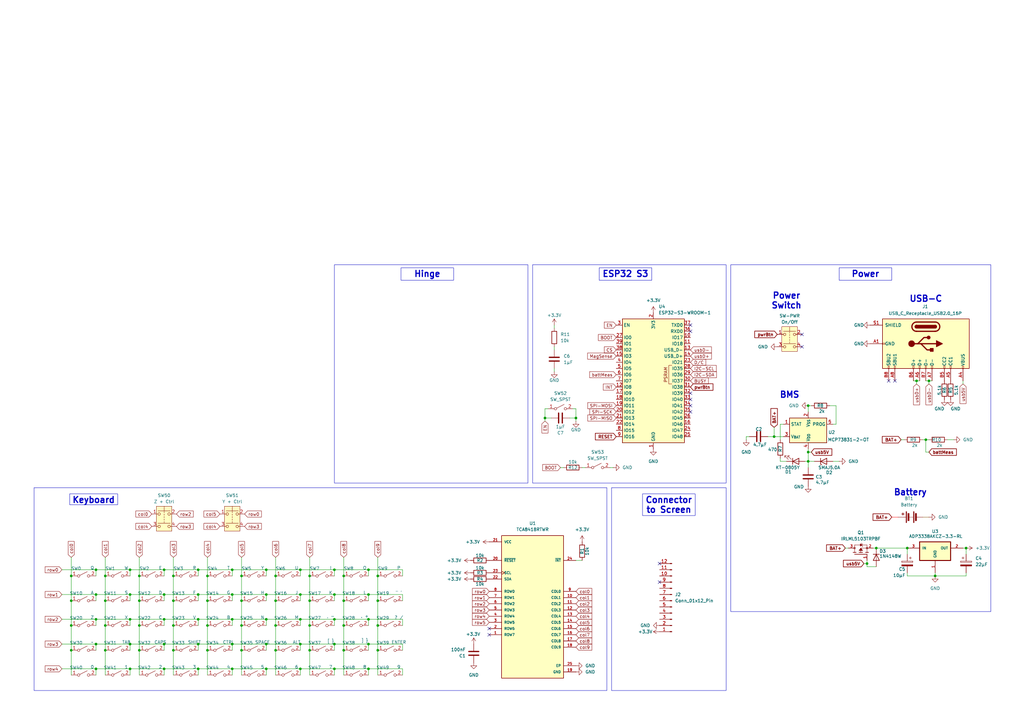
<source format=kicad_sch>
(kicad_sch (version 20250114) (generator "eeschema") (generator_version "9.0")
  (paper "A3")
  (rectangle (start 13.97 200.025) (end 248.92 283.21))
  (rectangle (start 299.72 108.585) (end 406.4 250.825))
  (rectangle (start 218.44 108.585) (end 297.815 198.12))
  (rectangle (start 250.825 200.025) (end 297.815 283.21))
  (rectangle (start 137.16 108.585) (end 216.535 198.12))
  (text_box "Hinge" (at 164.465 109.855 0) (size 21.59 5.08) (margins 0.9525 0.9525 0.9525 0.9525) (effects (font (size 2.5 2.5) (thickness 0.5) (bold yes)) (justify top)))
  (text_box "ESP32 S3\n" (at 245.745 109.855 0) (size 21.59 5.08) (margins 0.9525 0.9525 0.9525 0.9525) (effects (font (size 2.5 2.5) (thickness 0.5) (bold yes)) (justify top)))
  (text_box "Power Switch" (at 314.96 118.745 0) (size 15.24 4.445) (margins 0.9525 0.9525 0.9525 0.9525) (stroke (width -0.0001)) (effects (font (size 2.5 2.5) (thickness 0.5) (bold yes)) (justify top)))
  (text_box "Battery\n" (at 365.76 199.39 0) (size 15.24 0.0254) (margins 0.9525 0.9525 0.9525 0.9525) (stroke (width -0.0001)) (effects (font (size 2.5 2.5) (thickness 0.5) (bold yes)) (justify top)))
  (text_box "Connector to Screen" (at 263.525 202.565 0) (size 21.59 8.89) (margins 0.9525 0.9525 0.9525 0.9525) (effects (font (size 2.5 2.5) (thickness 0.5) (bold yes)) (justify top)))
  (text_box "BMS" (at 316.23 159.385 0) (size 15.24 4.445) (margins 0.9525 0.9525 0.9525 0.9525) (stroke (width -0.0001)) (effects (font (size 2.5 2.5) (thickness 0.5) (bold yes)) (justify top)))
  (text_box "Power" (at 344.17 109.855 0) (size 21.59 5.08) (margins 0.9525 0.9525 0.9525 0.9525) (effects (font (size 2.5 2.5) (thickness 0.5) (bold yes)) (justify top)))
  (text_box "Keyboard" (at 28.575 202.565 0) (size 19.685 4.445) (margins 0.9525 0.9525 0.9525 0.9525) (effects (font (size 2.5 2.5) (thickness 0.5) (bold yes)) (justify top)))
  (text_box "USB-C" (at 372.11 120.015 0) (size 15.24 4.445) (margins 0.9525 0.9525 0.9525 0.9525) (stroke (width -0.0001)) (effects (font (size 2.5 2.5) (thickness 0.5) (bold yes)) (justify top)))
  (junction (at 81.28 243.84))
  (junction (at 67.31 264.16))
  (junction (at 53.34 264.16))
  (junction (at 109.22 274.32))
  (junction (at 137.16 264.16))
  (junction (at 381 156.21))
  (junction (at 71.12 256.54))
  (junction (at 85.09 256.54))
  (junction (at 57.15 236.22))
  (junction (at 85.09 266.7))
  (junction (at 95.25 264.16))
  (junction (at 113.03 246.38))
  (junction (at 85.09 236.22))
  (junction (at 140.97 246.38))
  (junction (at 81.28 254))
  (junction (at 57.15 266.7))
  (junction (at 29.21 246.38))
  (junction (at 151.13 233.68))
  (junction (at 109.22 254))
  (junction (at 39.37 254))
  (junction (at 99.06 256.54))
  (junction (at 140.97 256.54))
  (junction (at 81.28 274.32))
  (junction (at 137.16 254))
  (junction (at 154.94 246.38))
  (junction (at 39.37 243.84))
  (junction (at 236.22 171.45))
  (junction (at 113.03 256.54))
  (junction (at 109.22 264.16))
  (junction (at 57.15 246.38))
  (junction (at 137.16 274.32))
  (junction (at 127 266.7))
  (junction (at 154.94 236.22))
  (junction (at 53.34 233.68))
  (junction (at 140.97 236.22))
  (junction (at 109.22 243.84))
  (junction (at 43.18 256.54))
  (junction (at 99.06 246.38))
  (junction (at 372.11 224.79))
  (junction (at 67.31 233.68))
  (junction (at 317.5 179.07))
  (junction (at 99.06 236.22))
  (junction (at 154.94 266.7))
  (junction (at 39.37 233.68))
  (junction (at 123.19 274.32))
  (junction (at 95.25 274.32))
  (junction (at 95.25 233.68))
  (junction (at 123.19 233.68))
  (junction (at 383.54 236.22))
  (junction (at 29.21 236.22))
  (junction (at 331.47 166.37))
  (junction (at 123.19 264.16))
  (junction (at 151.13 243.84))
  (junction (at 29.21 256.54))
  (junction (at 375.92 156.21))
  (junction (at 95.25 243.84))
  (junction (at 331.47 189.23))
  (junction (at 29.21 266.7))
  (junction (at 67.31 243.84))
  (junction (at 71.12 266.7))
  (junction (at 43.18 236.22))
  (junction (at 81.28 264.16))
  (junction (at 71.12 246.38))
  (junction (at 359.41 224.79))
  (junction (at 95.25 254))
  (junction (at 67.31 274.32))
  (junction (at 113.03 236.22))
  (junction (at 379.73 180.34))
  (junction (at 123.19 254))
  (junction (at 396.24 224.79))
  (junction (at 151.13 274.32))
  (junction (at 355.6 231.14))
  (junction (at 113.03 266.7))
  (junction (at 99.06 266.7))
  (junction (at 127 236.22))
  (junction (at 137.16 233.68))
  (junction (at 43.18 246.38))
  (junction (at 67.31 254))
  (junction (at 81.28 233.68))
  (junction (at 140.97 266.7))
  (junction (at 154.94 256.54))
  (junction (at 127 246.38))
  (junction (at 43.18 266.7))
  (junction (at 109.22 233.68))
  (junction (at 331.47 185.42))
  (junction (at 57.15 256.54))
  (junction (at 123.19 243.84))
  (junction (at 137.16 243.84))
  (junction (at 223.52 171.45))
  (junction (at 53.34 243.84))
  (junction (at 39.37 274.32))
  (junction (at 71.12 236.22))
  (junction (at 53.34 254))
  (junction (at 127 256.54))
  (junction (at 39.37 264.16))
  (junction (at 151.13 254))
  (junction (at 85.09 246.38))
  (junction (at 53.34 274.32))
  (junction (at 151.13 264.16))
  (no_connect (at 283.21 133.35))
  (no_connect (at 200.66 257.81))
  (no_connect (at 200.66 260.35))
  (no_connect (at 328.93 137.16))
  (no_connect (at 283.21 161.29))
  (no_connect (at 367.03 156.21))
  (no_connect (at 283.21 168.91))
  (no_connect (at 283.21 166.37))
  (no_connect (at 270.51 231.14))
  (no_connect (at 328.93 142.24))
  (no_connect (at 283.21 135.89))
  (no_connect (at 283.21 163.83))
  (no_connect (at 270.51 238.76))
  (no_connect (at 364.49 156.21))
  (wire (pts (xy 67.31 233.68) (xy 67.31 236.22)))
  (wire (pts (xy 109.22 264.16) (xy 123.19 264.16)))
  (wire (pts (xy 127 266.7) (xy 127 276.86)))
  (wire (pts (xy 332.74 185.42) (xy 331.47 185.42)))
  (wire (pts (xy 57.15 266.7) (xy 57.15 276.86)))
  (wire (pts (xy 81.28 274.32) (xy 95.25 274.32)))
  (wire (pts (xy 67.31 274.32) (xy 67.31 276.86)))
  (wire (pts (xy 137.16 233.68) (xy 151.13 233.68)))
  (wire (pts (xy 137.16 274.32) (xy 151.13 274.32)))
  (wire (pts (xy 67.31 264.16) (xy 81.28 264.16)))
  (wire (pts (xy 81.28 254) (xy 95.25 254)))
  (wire (pts (xy 369.57 180.34) (xy 370.84 180.34)))
  (wire (pts (xy 137.16 274.32) (xy 137.16 276.86)))
  (wire (pts (xy 227.33 142.24) (xy 227.33 143.51)))
  (wire (pts (xy 113.03 236.22) (xy 113.03 246.38)))
  (wire (pts (xy 95.25 233.68) (xy 95.25 236.22)))
  (wire (pts (xy 53.34 254) (xy 53.34 256.54)))
  (wire (pts (xy 71.12 228.6) (xy 71.12 236.22)))
  (wire (pts (xy 99.06 228.6) (xy 99.06 236.22)))
  (wire (pts (xy 330.2 189.23) (xy 331.47 189.23)))
  (wire (pts (xy 151.13 243.84) (xy 151.13 246.38)))
  (wire (pts (xy 151.13 274.32) (xy 165.1 274.32)))
  (wire (pts (xy 154.94 246.38) (xy 154.94 256.54)))
  (wire (pts (xy 95.25 254) (xy 95.25 256.54)))
  (wire (pts (xy 137.16 254) (xy 151.13 254)))
  (wire (pts (xy 322.58 189.23) (xy 320.04 189.23)))
  (wire (pts (xy 381 157.48) (xy 381 156.21)))
  (wire (pts (xy 127 236.22) (xy 127 246.38)))
  (wire (pts (xy 372.11 234.95) (xy 372.11 236.22)))
  (wire (pts (xy 123.19 254) (xy 123.19 256.54)))
  (wire (pts (xy 307.34 179.07) (xy 306.07 179.07)))
  (wire (pts (xy 39.37 254) (xy 39.37 256.54)))
  (wire (pts (xy 375.92 157.48) (xy 375.92 156.21)))
  (wire (pts (xy 109.22 264.16) (xy 109.22 266.7)))
  (wire (pts (xy 113.03 246.38) (xy 113.03 256.54)))
  (wire (pts (xy 165.1 243.84) (xy 165.1 246.38)))
  (wire (pts (xy 140.97 228.6) (xy 140.97 236.22)))
  (wire (pts (xy 57.15 228.6) (xy 57.15 236.22)))
  (wire (pts (xy 165.1 274.32) (xy 165.1 276.86)))
  (wire (pts (xy 29.21 236.22) (xy 29.21 246.38)))
  (wire (pts (xy 67.31 254) (xy 81.28 254)))
  (wire (pts (xy 236.22 167.64) (xy 234.95 167.64)))
  (wire (pts (xy 358.14 224.79) (xy 359.41 224.79)))
  (wire (pts (xy 394.97 157.48) (xy 394.97 156.21)))
  (wire (pts (xy 378.46 212.09) (xy 381 212.09)) (stroke (width 0) (color 128 77 0 1)))
  (wire (pts (xy 67.31 243.84) (xy 81.28 243.84)))
  (wire (pts (xy 123.19 243.84) (xy 123.19 246.38)))
  (wire (pts (xy 109.22 233.68) (xy 123.19 233.68)))
  (wire (pts (xy 113.03 266.7) (xy 113.03 276.86)))
  (wire (pts (xy 39.37 274.32) (xy 53.34 274.32)))
  (wire (pts (xy 223.52 171.45) (xy 223.52 172.72)))
  (wire (pts (xy 342.9 173.99) (xy 341.63 173.99)))
  (wire (pts (xy 81.28 264.16) (xy 81.28 266.7)))
  (wire (pts (xy 365.76 212.09) (xy 368.3 212.09)) (stroke (width 0) (color 255 0 0 1)))
  (wire (pts (xy 342.9 166.37) (xy 342.9 173.99)))
  (wire (pts (xy 137.16 233.68) (xy 137.16 236.22)))
  (wire (pts (xy 43.18 246.38) (xy 43.18 256.54)))
  (wire (pts (xy 238.76 191.77) (xy 240.03 191.77)))
  (wire (pts (xy 165.1 233.68) (xy 165.1 236.22)))
  (wire (pts (xy 388.62 180.34) (xy 391.16 180.34)))
  (wire (pts (xy 85.09 236.22) (xy 85.09 246.38)))
  (wire (pts (xy 321.31 173.99) (xy 320.04 173.99)))
  (wire (pts (xy 151.13 233.68) (xy 151.13 236.22)))
  (wire (pts (xy 140.97 256.54) (xy 140.97 266.7)))
  (wire (pts (xy 394.97 224.79) (xy 396.24 224.79)))
  (wire (pts (xy 123.19 264.16) (xy 137.16 264.16)))
  (wire (pts (xy 320.04 189.23) (xy 320.04 187.96)))
  (wire (pts (xy 317.5 175.26) (xy 317.5 179.07)))
  (wire (pts (xy 29.21 266.7) (xy 29.21 276.86)))
  (wire (pts (xy 113.03 228.6) (xy 113.03 236.22)))
  (wire (pts (xy 396.24 227.33) (xy 396.24 224.79)))
  (wire (pts (xy 229.87 191.77) (xy 231.14 191.77)))
  (wire (pts (xy 81.28 274.32) (xy 81.28 276.86)))
  (wire (pts (xy 127 228.6) (xy 127 236.22)))
  (wire (pts (xy 113.03 256.54) (xy 113.03 266.7)))
  (wire (pts (xy 137.16 254) (xy 137.16 256.54)))
  (wire (pts (xy 71.12 246.38) (xy 71.12 256.54)))
  (wire (pts (xy 95.25 264.16) (xy 95.25 266.7)))
  (wire (pts (xy 341.63 189.23) (xy 344.17 189.23)))
  (wire (pts (xy 71.12 266.7) (xy 71.12 276.86)))
  (wire (pts (xy 317.5 179.07) (xy 321.31 179.07)))
  (wire (pts (xy 85.09 246.38) (xy 85.09 256.54)))
  (wire (pts (xy 25.4 233.68) (xy 39.37 233.68)))
  (wire (pts (xy 137.16 264.16) (xy 151.13 264.16)))
  (wire (pts (xy 331.47 189.23) (xy 331.47 185.42)))
  (wire (pts (xy 95.25 254) (xy 109.22 254)))
  (wire (pts (xy 109.22 274.32) (xy 123.19 274.32)))
  (wire (pts (xy 85.09 266.7) (xy 85.09 276.86)))
  (wire (pts (xy 39.37 264.16) (xy 39.37 266.7)))
  (wire (pts (xy 57.15 236.22) (xy 57.15 246.38)))
  (wire (pts (xy 331.47 189.23) (xy 334.01 189.23)))
  (wire (pts (xy 140.97 266.7) (xy 140.97 276.86)))
  (wire (pts (xy 359.41 232.41) (xy 355.6 232.41)))
  (wire (pts (xy 81.28 233.68) (xy 95.25 233.68)))
  (wire (pts (xy 227.33 133.35) (xy 227.33 134.62)))
  (wire (pts (xy 25.4 264.16) (xy 39.37 264.16)))
  (wire (pts (xy 236.22 171.45) (xy 236.22 172.72)))
  (wire (pts (xy 314.96 179.07) (xy 317.5 179.07)))
  (wire (pts (xy 99.06 246.38) (xy 99.06 256.54)))
  (wire (pts (xy 81.28 243.84) (xy 81.28 246.38)))
  (wire (pts (xy 236.22 171.45) (xy 236.22 167.64)))
  (wire (pts (xy 137.16 264.16) (xy 137.16 266.7)))
  (wire (pts (xy 375.92 156.21) (xy 374.65 156.21)))
  (wire (pts (xy 372.11 236.22) (xy 383.54 236.22)))
  (wire (pts (xy 355.6 232.41) (xy 355.6 231.14)))
  (wire (pts (xy 377.19 156.21) (xy 375.92 156.21)))
  (wire (pts (xy 233.68 171.45) (xy 236.22 171.45)))
  (wire (pts (xy 123.19 254) (xy 137.16 254)))
  (wire (pts (xy 123.19 274.32) (xy 137.16 274.32)))
  (wire (pts (xy 123.19 233.68) (xy 137.16 233.68)))
  (wire (pts (xy 95.25 243.84) (xy 95.25 246.38)))
  (wire (pts (xy 39.37 243.84) (xy 39.37 246.38)))
  (wire (pts (xy 224.79 167.64) (xy 223.52 167.64)))
  (wire (pts (xy 306.07 179.07) (xy 306.07 180.34)))
  (wire (pts (xy 223.52 171.45) (xy 226.06 171.45)))
  (wire (pts (xy 99.06 266.7) (xy 99.06 276.86)))
  (wire (pts (xy 53.34 274.32) (xy 67.31 274.32)))
  (wire (pts (xy 223.52 167.64) (xy 223.52 171.45)))
  (wire (pts (xy 95.25 274.32) (xy 95.25 276.86)))
  (wire (pts (xy 71.12 256.54) (xy 71.12 266.7)))
  (wire (pts (xy 378.46 180.34) (xy 379.73 180.34)))
  (wire (pts (xy 29.21 246.38) (xy 29.21 256.54)))
  (wire (pts (xy 39.37 243.84) (xy 53.34 243.84)))
  (wire (pts (xy 109.22 274.32) (xy 109.22 276.86)))
  (wire (pts (xy 151.13 274.32) (xy 151.13 276.86)))
  (wire (pts (xy 53.34 233.68) (xy 67.31 233.68)))
  (wire (pts (xy 137.16 243.84) (xy 151.13 243.84)))
  (wire (pts (xy 151.13 233.68) (xy 165.1 233.68)))
  (wire (pts (xy 25.4 274.32) (xy 39.37 274.32)))
  (wire (pts (xy 43.18 236.22) (xy 43.18 246.38)))
  (wire (pts (xy 81.28 254) (xy 81.28 256.54)))
  (wire (pts (xy 53.34 254) (xy 67.31 254)))
  (wire (pts (xy 95.25 243.84) (xy 109.22 243.84)))
  (wire (pts (xy 39.37 264.16) (xy 53.34 264.16)))
  (wire (pts (xy 53.34 264.16) (xy 53.34 266.7)))
  (wire (pts (xy 39.37 233.68) (xy 39.37 236.22)))
  (wire (pts (xy 53.34 274.32) (xy 53.34 276.86)))
  (wire (pts (xy 372.11 224.79) (xy 372.11 227.33)))
  (wire (pts (xy 354.33 231.14) (xy 355.6 231.14)))
  (wire (pts (xy 67.31 274.32) (xy 81.28 274.32)))
  (wire (pts (xy 25.4 254) (xy 39.37 254)))
  (wire (pts (xy 109.22 254) (xy 109.22 256.54)))
  (wire (pts (xy 67.31 264.16) (xy 67.31 266.7)))
  (wire (pts (xy 250.19 191.77) (xy 251.46 191.77)))
  (wire (pts (xy 99.06 256.54) (xy 99.06 266.7)))
  (wire (pts (xy 95.25 233.68) (xy 109.22 233.68)))
  (wire (pts (xy 25.4 243.84) (xy 39.37 243.84)))
  (wire (pts (xy 165.1 264.16) (xy 165.1 266.7)))
  (wire (pts (xy 81.28 264.16) (xy 95.25 264.16)))
  (wire (pts (xy 109.22 243.84) (xy 123.19 243.84)))
  (wire (pts (xy 71.12 236.22) (xy 71.12 246.38)))
  (wire (pts (xy 151.13 264.16) (xy 151.13 266.7)))
  (wire (pts (xy 379.73 180.34) (xy 379.73 185.42)))
  (wire (pts (xy 123.19 274.32) (xy 123.19 276.86)))
  (wire (pts (xy 123.19 243.84) (xy 137.16 243.84)))
  (wire (pts (xy 320.04 173.99) (xy 320.04 180.34)))
  (wire (pts (xy 95.25 274.32) (xy 109.22 274.32)))
  (wire (pts (xy 340.36 166.37) (xy 342.9 166.37)))
  (wire (pts (xy 381 180.34) (xy 379.73 180.34)))
  (wire (pts (xy 81.28 243.84) (xy 95.25 243.84)))
  (wire (pts (xy 151.13 264.16) (xy 165.1 264.16)))
  (wire (pts (xy 236.22 229.87) (xy 238.76 229.87)))
  (wire (pts (xy 154.94 266.7) (xy 154.94 276.86)))
  (wire (pts (xy 382.27 156.21) (xy 381 156.21)))
  (wire (pts (xy 53.34 233.68) (xy 53.34 236.22)))
  (wire (pts (xy 123.19 264.16) (xy 123.19 266.7)))
  (wire (pts (xy 99.06 236.22) (xy 99.06 246.38)))
  (wire (pts (xy 57.15 256.54) (xy 57.15 266.7)))
  (wire (pts (xy 67.31 254) (xy 67.31 256.54)))
  (wire (pts (xy 53.34 264.16) (xy 67.31 264.16)))
  (wire (pts (xy 29.21 228.6) (xy 29.21 236.22)))
  (wire (pts (xy 154.94 228.6) (xy 154.94 236.22)))
  (wire (pts (xy 137.16 243.84) (xy 137.16 246.38)))
  (wire (pts (xy 381 156.21) (xy 379.73 156.21)))
  (wire (pts (xy 123.19 233.68) (xy 123.19 236.22)))
  (wire (pts (xy 127 256.54) (xy 127 266.7)))
  (wire (pts (xy 109.22 254) (xy 123.19 254)))
  (wire (pts (xy 85.09 256.54) (xy 85.09 266.7)))
  (wire (pts (xy 151.13 256.54) (xy 151.13 254)))
  (wire (pts (xy 383.54 234.95) (xy 383.54 236.22)))
  (wire (pts (xy 85.09 228.6) (xy 85.09 236.22)))
  (wire (pts (xy 331.47 184.15) (xy 331.47 185.42)))
  (wire (pts (xy 39.37 254) (xy 53.34 254)))
  (wire (pts (xy 67.31 233.68) (xy 81.28 233.68)))
  (wire (pts (xy 355.6 231.14) (xy 355.6 229.87)))
  (wire (pts (xy 151.13 254) (xy 165.1 254)))
  (wire (pts (xy 43.18 228.6) (xy 43.18 236.22)))
  (wire (pts (xy 57.15 246.38) (xy 57.15 256.54)))
  (wire (pts (xy 95.25 264.16) (xy 109.22 264.16)))
  (wire (pts (xy 53.34 243.84) (xy 53.34 246.38)))
  (wire (pts (xy 53.34 243.84) (xy 67.31 243.84)))
  (wire (pts (xy 39.37 274.32) (xy 39.37 276.86)))
  (wire (pts (xy 39.37 233.68) (xy 53.34 233.68)))
  (wire (pts (xy 227.33 151.13) (xy 227.33 152.4)))
  (wire (pts (xy 359.41 224.79) (xy 372.11 224.79)))
  (wire (pts (xy 109.22 233.68) (xy 109.22 236.22)))
  (wire (pts (xy 383.54 236.22) (xy 396.24 236.22)))
  (wire (pts (xy 43.18 256.54) (xy 43.18 266.7)))
  (wire (pts (xy 331.47 166.37) (xy 331.47 168.91)))
  (wire (pts (xy 81.28 233.68) (xy 81.28 236.22)))
  (wire (pts (xy 331.47 189.23) (xy 331.47 191.77)))
  (wire (pts (xy 379.73 185.42) (xy 381 185.42)))
  (wire (pts (xy 165.1 254) (xy 165.1 256.54)))
  (wire (pts (xy 29.21 256.54) (xy 29.21 266.7)))
  (wire (pts (xy 154.94 236.22) (xy 154.94 246.38)))
  (wire (pts (xy 67.31 243.84) (xy 67.31 246.38)))
  (wire (pts (xy 43.18 266.7) (xy 43.18 276.86)))
  (wire (pts (xy 127 246.38) (xy 127 256.54)))
  (wire (pts (xy 151.13 243.84) (xy 165.1 243.84)))
  (wire (pts (xy 154.94 256.54) (xy 154.94 266.7)))
  (wire (pts (xy 109.22 243.84) (xy 109.22 246.38)))
  (wire (pts (xy 346.71 224.79) (xy 347.98 224.79)))
  (wire (pts (xy 396.24 236.22) (xy 396.24 234.95)))
  (wire (pts (xy 140.97 236.22) (xy 140.97 246.38)))
  (wire (pts (xy 332.74 166.37) (xy 331.47 166.37)))
  (wire (pts (xy 140.97 246.38) (xy 140.97 256.54)))
  (global_label "row2" (shape input) (at 200.66 247.65 180) (property "Intersheetrefs" "${INTERSHEET_REFS}" (effects (hide yes))))
  (global_label "col7" (shape input) (at 127 228.6 90) (property "Intersheetrefs" "${INTERSHEET_REFS}" (effects (hide yes))))
  (global_label "SPI-MOSI" (shape input) (at 252.73 166.37 180) (property "Intersheetrefs" "${INTERSHEET_REFS}" (effects (hide yes))))
  (global_label "col1" (shape input) (at 236.22 245.11 0) (property "Intersheetrefs" "${INTERSHEET_REFS}" (effects (hide yes))))
  (global_label "BOOT" (shape input) (at 252.73 138.43 180) (property "Intersheetrefs" "${INTERSHEET_REFS}" (effects (hide yes))))
  (global_label "col8" (shape input) (at 236.22 262.89 0) (property "Intersheetrefs" "${INTERSHEET_REFS}" (effects (hide yes))))
  (global_label "D{slash}C" (shape input) (at 283.21 148.59 0) (property "Intersheetrefs" "${INTERSHEET_REFS}" (effects (hide yes))))
  (global_label "col3" (shape input) (at 236.22 250.19 0) (property "Intersheetrefs" "${INTERSHEET_REFS}" (effects (hide yes))))
  (global_label "col4" (shape input) (at 236.22 252.73 0) (property "Intersheetrefs" "${INTERSHEET_REFS}" (effects (hide yes))))
  (global_label "BAT+" (shape input) (at 317.5 175.26 90) (effects (font (thickness 0.254) (bold yes))) (property "Intersheetrefs" "${INTERSHEET_REFS}" (effects (hide yes))))
  (global_label "row4" (shape input) (at 25.4 274.32 180) (property "Intersheetrefs" "${INTERSHEET_REFS}" (effects (hide yes))))
  (global_label "col2" (shape input) (at 236.22 247.65 0) (property "Intersheetrefs" "${INTERSHEET_REFS}" (effects (hide yes))))
  (global_label "col2" (shape input) (at 57.15 228.6 90) (property "Intersheetrefs" "${INTERSHEET_REFS}" (effects (hide yes))))
  (global_label "usbD-" (shape input) (at 283.21 143.51 0) (property "Intersheetrefs" "${INTERSHEET_REFS}" (effects (hide yes))))
  (global_label "usb5V" (shape input) (at 354.33 231.14 180) (effects (font (thickness 0.254) (bold yes))) (property "Intersheetrefs" "${INTERSHEET_REFS}" (effects (hide yes))))
  (global_label "INT" (shape input) (at 252.73 158.75 180) (property "Intersheetrefs" "${INTERSHEET_REFS}" (effects (hide yes))))
  (global_label "col0" (shape input) (at 236.22 242.57 0) (property "Intersheetrefs" "${INTERSHEET_REFS}" (effects (hide yes))))
  (global_label "row0" (shape input) (at 25.4 233.68 180) (property "Intersheetrefs" "${INTERSHEET_REFS}" (effects (hide yes))))
  (global_label "col9" (shape input) (at 154.94 228.6 90) (property "Intersheetrefs" "${INTERSHEET_REFS}" (effects (hide yes))))
  (global_label "SPI-SCK" (shape input) (at 252.73 168.91 180) (property "Intersheetrefs" "${INTERSHEET_REFS}" (effects (hide yes))))
  (global_label "col4" (shape input) (at 85.09 228.6 90) (property "Intersheetrefs" "${INTERSHEET_REFS}" (effects (hide yes))))
  (global_label "col0" (shape input) (at 62.23 210.82 180) (property "Intersheetrefs" "${INTERSHEET_REFS}" (effects (hide yes))))
  (global_label "usbD+" (shape input) (at 375.92 157.48 270) (property "Intersheetrefs" "${INTERSHEET_REFS}" (effects (hide yes))))
  (global_label "I2C-SDA" (shape input) (at 283.21 153.67 0) (property "Intersheetrefs" "${INTERSHEET_REFS}" (effects (hide yes))))
  (global_label "row2" (shape input) (at 25.4 254 180) (property "Intersheetrefs" "${INTERSHEET_REFS}" (effects (hide yes))))
  (global_label "pwrBtn" (shape input) (at 283.21 158.75 0) (effects (font (thickness 0.254) (bold yes))) (property "Intersheetrefs" "${INTERSHEET_REFS}" (effects (hide yes))))
  (global_label "usb5V" (shape input) (at 394.97 157.48 270) (property "Intersheetrefs" "${INTERSHEET_REFS}" (effects (hide yes))))
  (global_label "MagSense" (shape input) (at 252.73 146.05 180) (property "Intersheetrefs" "${INTERSHEET_REFS}" (effects (hide yes))))
  (global_label "row4" (shape input) (at 200.66 252.73 180) (property "Intersheetrefs" "${INTERSHEET_REFS}" (effects (hide yes))))
  (global_label "col5" (shape input) (at 99.06 228.6 90) (property "Intersheetrefs" "${INTERSHEET_REFS}" (effects (hide yes))))
  (global_label "row0" (shape input) (at 100.33 210.82 0) (property "Intersheetrefs" "${INTERSHEET_REFS}" (effects (hide yes))))
  (global_label "usbD+" (shape input) (at 283.21 146.05 0) (property "Intersheetrefs" "${INTERSHEET_REFS}" (effects (hide yes))))
  (global_label "I2C-SCL" (shape input) (at 283.21 151.13 0) (property "Intersheetrefs" "${INTERSHEET_REFS}" (effects (hide yes))))
  (global_label "col9" (shape input) (at 236.22 265.43 0) (property "Intersheetrefs" "${INTERSHEET_REFS}" (effects (hide yes))))
  (global_label "battMeas" (shape input) (at 252.73 153.67 180) (property "Intersheetrefs" "${INTERSHEET_REFS}" (effects (hide yes))))
  (global_label "row0" (shape input) (at 200.66 242.57 180) (property "Intersheetrefs" "${INTERSHEET_REFS}" (effects (hide yes))))
  (global_label "col3" (shape input) (at 71.12 228.6 90) (property "Intersheetrefs" "${INTERSHEET_REFS}" (effects (hide yes))))
  (global_label "col5" (shape input) (at 236.22 255.27 0) (property "Intersheetrefs" "${INTERSHEET_REFS}" (effects (hide yes))))
  (global_label "usb5V" (shape input) (at 332.74 185.42 0) (effects (font (thickness 0.254) (bold yes))) (property "Intersheetrefs" "${INTERSHEET_REFS}" (effects (hide yes))))
  (global_label "row1" (shape input) (at 25.4 243.84 180) (property "Intersheetrefs" "${INTERSHEET_REFS}" (effects (hide yes))))
  (global_label "col0" (shape input) (at 29.21 228.6 90) (property "Intersheetrefs" "${INTERSHEET_REFS}" (effects (hide yes))))
  (global_label "col8" (shape input) (at 140.97 228.6 90) (property "Intersheetrefs" "${INTERSHEET_REFS}" (effects (hide yes))))
  (global_label "BAT+" (shape input) (at 365.76 212.09 180) (effects (font (thickness 0.254) (bold yes))) (property "Intersheetrefs" "${INTERSHEET_REFS}" (effects (hide yes))))
  (global_label "SPI-MISO" (shape input) (at 252.73 171.45 180) (property "Intersheetrefs" "${INTERSHEET_REFS}" (effects (hide yes))))
  (global_label "BAT+" (shape input) (at 346.71 224.79 180) (effects (font (thickness 0.254) (bold yes))) (property "Intersheetrefs" "${INTERSHEET_REFS}" (effects (hide yes))))
  (global_label "usbD-" (shape input) (at 381 157.48 270) (property "Intersheetrefs" "${INTERSHEET_REFS}" (effects (hide yes))))
  (global_label "BOOT" (shape input) (at 229.87 191.77 180) (property "Intersheetrefs" "${INTERSHEET_REFS}" (effects (hide yes))))
  (global_label "row1" (shape input) (at 200.66 245.11 180) (property "Intersheetrefs" "${INTERSHEET_REFS}" (effects (hide yes))))
  (global_label "pwrBtn" (shape input) (at 318.77 137.16 180) (effects (font (thickness 0.254) (bold yes))) (property "Intersheetrefs" "${INTERSHEET_REFS}" (effects (hide yes))))
  (global_label "battMeas" (shape input) (at 381 185.42 0) (effects (font (thickness 0.254) (bold yes))) (property "Intersheetrefs" "${INTERSHEET_REFS}" (effects (hide yes))))
  (global_label "RESET" (shape input) (at 252.73 179.07 180) (effects (font (thickness 0.254) (bold yes))) (property "Intersheetrefs" "${INTERSHEET_REFS}" (effects (hide yes))))
  (global_label "EN" (shape input) (at 223.52 172.72 270) (property "Intersheetrefs" "${INTERSHEET_REFS}" (effects (hide yes))))
  (global_label "row3" (shape input) (at 72.39 215.9 0) (property "Intersheetrefs" "${INTERSHEET_REFS}" (effects (hide yes))))
  (global_label "EN" (shape input) (at 252.73 133.35 180) (property "Intersheetrefs" "${INTERSHEET_REFS}" (effects (hide yes))))
  (global_label "col1" (shape input) (at 43.18 228.6 90) (property "Intersheetrefs" "${INTERSHEET_REFS}" (effects (hide yes))))
  (global_label "col5" (shape input) (at 90.17 210.82 180) (property "Intersheetrefs" "${INTERSHEET_REFS}" (effects (hide yes))))
  (global_label "BAT+" (shape input) (at 369.57 180.34 180) (effects (font (thickness 0.254) (bold yes))) (property "Intersheetrefs" "${INTERSHEET_REFS}" (effects (hide yes))))
  (global_label "CS" (shape input) (at 252.73 143.51 180) (property "Intersheetrefs" "${INTERSHEET_REFS}" (effects (hide yes))))
  (global_label "row3" (shape input) (at 200.66 250.19 180) (property "Intersheetrefs" "${INTERSHEET_REFS}" (effects (hide yes))))
  (global_label "col6" (shape input) (at 113.03 228.6 90) (property "Intersheetrefs" "${INTERSHEET_REFS}" (effects (hide yes))))
  (global_label "row3" (shape input) (at 25.4 264.16 180) (property "Intersheetrefs" "${INTERSHEET_REFS}" (effects (hide yes))))
  (global_label "row2" (shape input) (at 72.39 210.82 0) (property "Intersheetrefs" "${INTERSHEET_REFS}" (effects (hide yes))))
  (global_label "BUSY" (shape input) (at 283.21 156.21 0) (property "Intersheetrefs" "${INTERSHEET_REFS}" (effects (hide yes))))
  (global_label "col4" (shape input) (at 90.17 215.9 180) (property "Intersheetrefs" "${INTERSHEET_REFS}" (effects (hide yes))))
  (global_label "col6" (shape input) (at 236.22 257.81 0) (property "Intersheetrefs" "${INTERSHEET_REFS}" (effects (hide yes))))
  (global_label "col4" (shape input) (at 62.23 215.9 180) (property "Intersheetrefs" "${INTERSHEET_REFS}" (effects (hide yes))))
  (global_label "row5" (shape input) (at 200.66 255.27 180) (property "Intersheetrefs" "${INTERSHEET_REFS}" (effects (hide yes))))
  (global_label "col7" (shape input) (at 236.22 260.35 0) (property "Intersheetrefs" "${INTERSHEET_REFS}" (effects (hide yes))))
  (global_label "row3" (shape input) (at 100.33 215.9 0) (property "Intersheetrefs" "${INTERSHEET_REFS}" (effects (hide yes))))
  (symbol (lib_id "power:+3.3V") (at 200.66 222.25 90) (unit 1)
    (property "Reference" "#PWR04" (effects (hide yes)))
    (property "Value" "+3.3V" (at 196.85 222.2499 90) (effects (justify left)))
    (property "Description" "Power symbol creates a global label with name \"+3.3V\"" (effects (hide yes)))
  )
  (symbol (lib_id "Switch:SW_SPST") (at 62.23 256.54 0) (unit 1)
    (property "Reference" "SW22" (at 59.182 253.492 0))
    (property "Value" "C" (at 65.786 253.238 0))
    (property "Description" "Single Pole Single Throw (SPST) switch" (effects (hide yes)))
  )
  (symbol (lib_id "Switch:SW_SPST") (at 104.14 256.54 0) (unit 1)
    (property "Reference" "SW25" (at 101.092 253.492 0))
    (property "Value" "N" (at 107.696 253.238 0))
    (property "Description" "Single Pole Single Throw (SPST) switch" (effects (hide yes)))
  )
  (symbol (lib_id "Switch:SW_SPST") (at 160.02 236.22 0) (unit 1)
    (property "Reference" "SW9" (at 156.972 233.172 0))
    (property "Value" "P" (at 163.576 232.918 0))
    (property "Description" "Single Pole Single Throw (SPST) switch" (effects (hide yes)))
  )
  (symbol (lib_id "power:GND") (at 270.51 256.54 270) (unit 1)
    (property "Reference" "#PWR014" (effects (hide yes)))
    (property "Value" "GND" (at 266.7 256.5399 90) (effects (justify right)))
    (property "Description" "Power symbol creates a global label with name \"GND\" , ground" (effects (hide yes)))
  )
  (symbol (lib_id "Device:C") (at 311.15 179.07 270) (unit 1)
    (property "Reference" "C2" (at 309.88 176.022 90) (effects (justify left)))
    (property "Value" "4.7μF" (at 308.864 182.372 90) (effects (justify left)))
    (property "Description" "Unpolarized capacitor" (effects (hide yes)))
  )
  (symbol (lib_id "Device:R") (at 196.85 234.95 270) (unit 1)
    (property "Reference" "R3" (at 196.85 234.95 90))
    (property "Value" "10k" (at 196.85 232.918 90))
    (property "Description" "Resistor" (effects (hide yes)))
  )
  (symbol (lib_id "Switch:SW_SPST") (at 132.08 276.86 0) (unit 1)
    (property "Reference" "SW47" (at 129.032 273.812 0))
    (property "Value" "7" (at 135.636 273.558 0))
    (property "Description" "Single Pole Single Throw (SPST) switch" (effects (hide yes)))
  )
  (symbol (lib_id "Switch:SW_SPST") (at 146.05 236.22 0) (unit 1)
    (property "Reference" "SW8" (at 143.002 233.172 0))
    (property "Value" "O" (at 149.606 232.918 0))
    (property "Description" "Single Pole Single Throw (SPST) switch" (effects (hide yes)))
  )
  (symbol (lib_id "Switch:SW_SPST") (at 62.23 276.86 0) (unit 1)
    (property "Reference" "SW42" (at 59.182 273.812 0))
    (property "Value" "2" (at 65.786 273.558 0))
    (property "Description" "Single Pole Single Throw (SPST) switch" (effects (hide yes)))
  )
  (symbol (lib_id "Battery_Management:MCP73831-2-OT") (at 331.47 176.53 180) (unit 1)
    (property "Reference" "U2" (at 341.122 177.292 0))
    (property "Value" "MCP73831-2-OT" (at 347.98 180.34 0))
    (property "Footprint" "Package_TO_SOT_SMD:SOT-23-5" (effects (hide yes)))
    (property "Datasheet" "http://ww1.microchip.com/downloads/en/DeviceDoc/20001984g.pdf" (effects (hide yes)))
    (property "Description" "Single cell, Li-Ion/Li-Po charge management controller, 4.20V, Tri-State Status Output, in SOT23-5 package" (effects (hide yes)))
  )
  (symbol (lib_id "Switch:SW_SPST") (at 90.17 256.54 0) (unit 1)
    (property "Reference" "SW24" (at 87.122 253.492 0))
    (property "Value" "B" (at 93.726 253.238 0))
    (property "Description" "Single Pole Single Throw (SPST) switch" (effects (hide yes)))
  )
  (symbol (lib_id "Device:Battery") (at 373.38 212.09 90) (unit 1)
    (property "Reference" "BT1" (at 372.8085 204.47 90))
    (property "Value" "Battery" (at 372.8085 207.01 90))
    (property "Description" "Multiple-cell battery" (effects (hide yes)))
  )
  (symbol (lib_id "power:+3.3V") (at 396.24 224.79 270) (unit 1)
    (property "Reference" "#PWR023" (effects (hide yes)))
    (property "Value" "+3.3V" (at 400.05 224.7899 90) (effects (justify left)))
    (property "Description" "Power symbol creates a global label with name \"+3.3V\"" (effects (hide yes)))
  )
  (symbol (lib_id "Device:C") (at 331.47 195.58 0) (unit 1)
    (property "Reference" "C3" (at 334.518 195.58 0) (effects (justify left)))
    (property "Value" "4.7μF" (at 334.518 197.866 0) (effects (justify left)))
    (property "Description" "Unpolarized capacitor" (effects (hide yes)))
  )
  (symbol (lib_id "power:GND") (at 381 212.09 90) (mirror x) (unit 1)
    (property "Reference" "#PWR022" (effects (hide yes)))
    (property "Value" "GND" (at 384.81 212.0899 90) (effects (justify right)))
    (property "Description" "Power symbol creates a global label with name \"GND\" , ground" (effects (hide yes)))
  )
  (symbol (lib_id "Switch:SW_SPST") (at 146.05 246.38 0) (unit 1)
    (property "Reference" "SW18" (at 143.002 243.332 0))
    (property "Value" "L" (at 149.606 243.078 0))
    (property "Description" "Single Pole Single Throw (SPST) switch" (effects (hide yes)))
  )
  (symbol (lib_id "Device:LED") (at 326.39 189.23 0) (mirror x) (unit 1)
    (property "Reference" "D1" (at 323.342 193.548 0))
    (property "Value" "KT-0805Y" (at 323.088 191.77 0))
    (property "Description" "Light emitting diode" (effects (hide yes)))
    (property "Sim.Pins" "1=K 2=A" (effects (hide yes)))
  )
  (symbol (lib_id "Switch:SW_SPST") (at 62.23 236.22 0) (unit 1)
    (property "Reference" "SW2" (at 59.182 233.172 0))
    (property "Value" "E" (at 65.786 232.918 0))
    (property "Description" "Single Pole Single Throw (SPST) switch" (effects (hide yes)))
  )
  (symbol (lib_id "Switch:SW_SPST") (at 76.2 236.22 0) (unit 1)
    (property "Reference" "SW3" (at 73.152 233.172 0))
    (property "Value" "R" (at 79.756 232.918 0))
    (property "Description" "Single Pole Single Throw (SPST) switch" (effects (hide yes)))
  )
  (symbol (lib_id "power:+3.3V") (at 267.97 128.27 0) (unit 1)
    (property "Reference" "#PWR027" (effects (hide yes)))
    (property "Value" "+3.3V" (at 267.97 123.19 0))
    (property "Description" "Power symbol creates a global label with name \"+3.3V\"" (effects (hide yes)))
  )
  (symbol (lib_id "RF_Module:ESP32-S3-WROOM-1") (at 267.97 156.21 0) (unit 1)
    (property "Reference" "U4" (at 270.1133 125.73 0) (effects (justify left)))
    (property "Value" "ESP32-S3-WROOM-1" (at 270.1133 128.27 0) (effects (justify left)))
    (property "Footprint" "RF_Module:ESP32-S3-WROOM-1" (effects (hide yes)))
    (property "Datasheet" "https://www.espressif.com/sites/default/files/documentation/esp32-s3-wroom-1_wroom-1u_datasheet_en.pdf" (effects (hide yes)))
    (property "Description" "RF Module, ESP32-S3 SoC, Wi-Fi 802.11b/g/n, Bluetooth, BLE, 32-bit, 3.3V, onboard antenna, SMD" (effects (hide yes)))
  )
  (symbol (lib_id "power:GND") (at 236.22 273.05 90) (unit 1)
    (property "Reference" "#PWR05" (effects (hide yes)))
    (property "Value" "GND" (at 240.03 273.0499 90) (effects (justify right)))
    (property "Description" "Power symbol creates a global label with name \"GND\" , ground" (effects (hide yes)))
  )
  (symbol (lib_id "power:GND") (at 236.22 275.59 90) (unit 1)
    (property "Reference" "#PWR03" (effects (hide yes)))
    (property "Value" "GND" (at 240.03 275.5899 90) (effects (justify right)))
    (property "Description" "Power symbol creates a global label with name \"GND\" , ground" (effects (hide yes)))
  )
  (symbol (lib_id "power:GND") (at 356.87 140.97 270) (unit 1)
    (property "Reference" "#PWR011" (effects (hide yes)))
    (property "Value" "GND" (at 352.298 140.97 90))
    (property "Description" "Power symbol creates a global label with name \"GND\" , ground" (effects (hide yes)))
  )
  (symbol (lib_id "power:+3.3V") (at 193.04 237.49 90) (unit 1)
    (property "Reference" "#PWR09" (effects (hide yes)))
    (property "Value" "+3.3V" (at 189.23 237.4901 90) (effects (justify left)))
    (property "Description" "Power symbol creates a global label with name \"+3.3V\"" (effects (hide yes)))
  )
  (symbol (lib_id "power:GND") (at 251.46 191.77 90) (unit 1)
    (property "Reference" "#PWR030" (effects (hide yes)))
    (property "Value" "GND" (at 255.27 191.7699 90) (effects (justify right)))
    (property "Description" "Power symbol creates a global label with name \"GND\" , ground" (effects (hide yes)))
  )
  (symbol (lib_id "Device:R") (at 389.89 160.02 0) (unit 1)
    (property "Reference" "R5" (at 389.89 160.02 90))
    (property "Value" "5.1k" (at 392.176 160.02 90))
    (property "Description" "Resistor" (effects (hide yes)))
  )
  (symbol (lib_id "Switch:SW_Push_Dual") (at 323.85 139.7 0) (unit 1)
    (property "Reference" "SW-PWR" (at 323.85 129.54 0))
    (property "Value" "On/Off" (at 323.85 132.08 0))
    (property "Description" "Push button switch, generic, symbol, four pins" (effects (hide yes)))
  )
  (symbol (lib_id "Switch:SW_SPST") (at 48.26 246.38 0) (unit 1)
    (property "Reference" "SW11" (at 45.212 243.332 0))
    (property "Value" "S" (at 51.816 243.078 0))
    (property "Description" "Single Pole Single Throw (SPST) switch" (effects (hide yes)))
  )
  (symbol (lib_id "Device:R") (at 234.95 191.77 90) (unit 1)
    (property "Reference" "R12" (at 234.95 191.77 90))
    (property "Value" "10k" (at 234.95 189.484 90))
    (property "Description" "Resistor" (effects (hide yes)))
  )
  (symbol (lib_id "Switch:SW_SPST") (at 104.14 266.7 0) (unit 1)
    (property "Reference" "SW35" (at 101.092 263.652 0))
    (property "Value" "SPACE" (at 107.696 263.398 0))
    (property "Description" "Single Pole Single Throw (SPST) switch" (effects (hide yes)))
  )
  (symbol (lib_id "Device:R") (at 227.33 138.43 0) (unit 1)
    (property "Reference" "R11" (at 229.87 137.1599 0) (effects (justify left)))
    (property "Value" "10k" (at 229.87 139.6999 0) (effects (justify left)))
    (property "Description" "Resistor" (effects (hide yes)))
  )
  (symbol (lib_id "power:+3.3V") (at 270.51 259.08 90) (unit 1)
    (property "Reference" "#PWR015" (effects (hide yes)))
    (property "Value" "+3.3V" (at 264.668 259.08 90))
    (property "Description" "Power symbol creates a global label with name \"+3.3V\"" (effects (hide yes)))
  )
  (symbol (lib_id "Switch:SW_SPST") (at 160.02 256.54 0) (unit 1)
    (property "Reference" "SW29" (at 156.972 253.492 0))
    (property "Value" "? /" (at 163.576 253.238 0))
    (property "Description" "Single Pole Single Throw (SPST) switch" (effects (hide yes)))
  )
  (symbol (lib_id "power:GND") (at 331.47 166.37 270) (unit 1)
    (property "Reference" "#PWR017" (effects (hide yes)))
    (property "Value" "GND" (at 327.66 166.3701 90) (effects (justify right)))
    (property "Description" "Power symbol creates a global label with name \"GND\" , ground" (effects (hide yes)))
  )
  (symbol (lib_id "Device:R") (at 196.85 229.87 270) (unit 1)
    (property "Reference" "R2" (at 196.85 229.87 90))
    (property "Value" "10k" (at 196.85 227.838 90))
    (property "Description" "Resistor" (effects (hide yes)))
  )
  (symbol (lib_id "power:+3.3V") (at 238.76 222.25 0) (unit 1)
    (property "Reference" "#PWR06" (effects (hide yes)))
    (property "Value" "+3.3V" (at 238.76 217.17 0))
    (property "Description" "Power symbol creates a global label with name \"+3.3V\"" (effects (hide yes)))
  )
  (symbol (lib_id "Switch:SW_SPST") (at 34.29 246.38 0) (unit 1)
    (property "Reference" "SW10" (at 31.242 243.332 0))
    (property "Value" "A" (at 37.846 243.078 0))
    (property "Description" "Single Pole Single Throw (SPST) switch" (effects (hide yes)))
  )
  (symbol (lib_id "Device:R") (at 384.81 180.34 90) (unit 1)
    (property "Reference" "R10" (at 386.08 180.34 90) (effects (justify left)))
    (property "Value" "2k" (at 386.588 182.626 90) (effects (justify left)))
    (property "Description" "Resistor" (effects (hide yes)))
  )
  (symbol (lib_id "Switch:SW_SPST") (at 48.26 236.22 0) (unit 1)
    (property "Reference" "SW1" (at 45.212 233.172 0))
    (property "Value" "W" (at 51.816 232.918 0))
    (property "Description" "Single Pole Single Throw (SPST) switch" (effects (hide yes)))
  )
  (symbol (lib_id "Switch:SW_SPST") (at 90.17 276.86 0) (unit 1)
    (property "Reference" "SW44" (at 87.122 273.812 0))
    (property "Value" "4" (at 93.726 273.558 0))
    (property "Description" "Single Pole Single Throw (SPST) switch" (effects (hide yes)))
  )
  (symbol (lib_id "Switch:SW_SPST") (at 118.11 266.7 0) (unit 1)
    (property "Reference" "SW36" (at 115.062 263.652 0))
    (property "Value" "ALT" (at 121.666 263.398 0))
    (property "Description" "Single Pole Single Throw (SPST) switch" (effects (hide yes)))
  )
  (symbol (lib_id "power:GND") (at 391.16 180.34 90) (mirror x) (unit 1)
    (property "Reference" "#PWR021" (effects (hide yes)))
    (property "Value" "GND" (at 394.97 180.3399 90) (effects (justify right)))
    (property "Description" "Power symbol creates a global label with name \"GND\" , ground" (effects (hide yes)))
  )
  (symbol (lib_id "Switch:SW_SPST") (at 118.11 276.86 0) (unit 1)
    (property "Reference" "SW46" (at 115.062 273.812 0))
    (property "Value" "6" (at 121.666 273.558 0))
    (property "Description" "Single Pole Single Throw (SPST) switch" (effects (hide yes)))
  )
  (symbol (lib_id "Switch:SW_SPST") (at 132.08 266.7 0) (unit 1)
    (property "Reference" "SW37" (at 129.032 263.652 0))
    (property "Value" "[ }" (at 135.636 262.89 0))
    (property "Description" "Single Pole Single Throw (SPST) switch" (effects (hide yes)))
  )
  (symbol (lib_id "Switch:SW_SPST") (at 118.11 236.22 0) (unit 1)
    (property "Reference" "SW6" (at 115.062 233.172 0))
    (property "Value" "U" (at 121.666 232.918 0))
    (property "Description" "Single Pole Single Throw (SPST) switch" (effects (hide yes)))
  )
  (symbol (lib_id "Device:R") (at 387.35 160.02 0) (unit 1)
    (property "Reference" "R6" (at 387.35 160.02 90))
    (property "Value" "5.1k" (at 385.318 160.02 90))
    (property "Description" "Resistor" (effects (hide yes)))
  )
  (symbol (lib_id "Switch:SW_SPST") (at 90.17 266.7 0) (unit 1)
    (property "Reference" "SW34" (at 87.122 263.652 0))
    (property "Value" "CTRL" (at 93.726 263.398 0))
    (property "Description" "Single Pole Single Throw (SPST) switch" (effects (hide yes)))
  )
  (symbol (lib_id "Switch:SW_SPST") (at 118.11 256.54 0) (unit 1)
    (property "Reference" "SW26" (at 115.062 253.492 0))
    (property "Value" "M" (at 121.666 253.238 0))
    (property "Description" "Single Pole Single Throw (SPST) switch" (effects (hide yes)))
  )
  (symbol (lib_id "power:GND") (at 236.22 172.72 0) (unit 1)
    (property "Reference" "#PWR029" (effects (hide yes)))
    (property "Value" "GND" (at 236.22 176.276 0))
    (property "Description" "Power symbol creates a global label with name \"GND\" , ground" (effects (hide yes)))
  )
  (symbol (lib_id "Device:R") (at 320.04 184.15 0) (unit 1)
    (property "Reference" "R7" (at 320.04 185.42 90) (effects (justify left)))
    (property "Value" "470" (at 314.96 184.404 0) (effects (justify left)))
    (property "Description" "Resistor" (effects (hide yes)))
  )
  (symbol (lib_id "Switch:SW_Push_Dual") (at 95.25 213.36 0) (unit 1)
    (property "Reference" "SW51" (at 95.25 203.2 0))
    (property "Value" "Y + Ctrl" (at 95.25 205.74 0))
    (property "Description" "Push button switch, generic, symbol, four pins" (effects (hide yes)))
  )
  (symbol (lib_id "Switch:SW_SPST") (at 76.2 256.54 0) (unit 1)
    (property "Reference" "SW23" (at 73.152 253.492 0))
    (property "Value" "V" (at 79.756 253.238 0))
    (property "Description" "Single Pole Single Throw (SPST) switch" (effects (hide yes)))
  )
  (symbol (lib_id "Device:D") (at 359.41 228.6 270) (unit 1)
    (property "Reference" "D3" (at 360.68 226.06 90) (effects (justify left)))
    (property "Value" "1N4148W" (at 360.68 228.092 90) (effects (justify left)))
    (property "Description" "Diode" (effects (hide yes)))
    (property "Sim.Device" "D" (effects (hide yes)))
    (property "Sim.Pins" "1=K 2=A" (effects (hide yes)))
  )
  (symbol (lib_id "Device:R") (at 238.76 226.06 180) (unit 1)
    (property "Reference" "R1" (at 238.76 226.06 90))
    (property "Value" "10k" (at 240.792 226.06 90))
    (property "Description" "Resistor" (effects (hide yes)))
  )
  (symbol (lib_id "Device:C_Polarized") (at 372.11 231.14 0) (mirror y) (unit 1)
    (property "Reference" "C5" (at 371.348 233.426 0) (effects (justify left)))
    (property "Value" "10μF" (at 371.348 235.966 0) (effects (justify left)))
    (property "Description" "Polarized capacitor" (effects (hide yes)))
  )
  (symbol (lib_id "Switch:SW_SPST") (at 104.14 246.38 0) (unit 1)
    (property "Reference" "SW15" (at 101.092 243.332 0))
    (property "Value" "H" (at 107.696 243.078 0))
    (property "Description" "Single Pole Single Throw (SPST) switch" (effects (hide yes)))
  )
  (symbol (lib_id "power:+3.3V") (at 227.33 133.35 0) (unit 1)
    (property "Reference" "#PWR026" (effects (hide yes)))
    (property "Value" "+3.3V" (at 227.33 129.286 0))
    (property "Description" "Power symbol creates a global label with name \"+3.3V\"" (effects (hide yes)))
  )
  (symbol (lib_id "Switch:SW_SPST") (at 76.2 246.38 0) (unit 1)
    (property "Reference" "SW13" (at 73.152 243.332 0))
    (property "Value" "F" (at 79.756 243.078 0))
    (property "Description" "Single Pole Single Throw (SPST) switch" (effects (hide yes)))
  )
  (symbol (lib_id "Device:R") (at 336.55 166.37 90) (unit 1)
    (property "Reference" "R8" (at 337.82 166.37 90) (effects (justify left)))
    (property "Value" "2k" (at 338.328 168.656 90) (effects (justify left)))
    (property "Description" "Resistor" (effects (hide yes)))
  )
  (symbol (lib_id "Connector:USB_C_Receptacle_USB2.0_16P") (at 379.73 140.97 270) (unit 1)
    (property "Reference" "J1" (at 379.476 125.73 90))
    (property "Value" "USB_C_Receptacle_USB2.0_16P" (at 379.476 128.524 90))
    (property "Datasheet" "https://www.usb.org/sites/default/files/documents/usb_type-c.zip" (effects (hide yes)))
    (property "Description" "USB 2.0-only 16P Type-C Receptacle connector" (effects (hide yes)))
  )
  (symbol (lib_id "Device:C_Polarized") (at 396.24 231.14 0) (unit 1)
    (property "Reference" "C4" (at 400.05 228.9809 0) (effects (justify left)))
    (property "Value" "22μF" (at 400.05 231.5209 0) (effects (justify left)))
    (property "Description" "Polarized capacitor" (effects (hide yes)))
  )
  (symbol (lib_id "Device:C") (at 194.31 267.97 180) (unit 1)
    (property "Reference" "C1" (at 191.008 268.986 0) (effects (justify left)))
    (property "Value" "100nF" (at 191.008 266.446 0) (effects (justify left)))
    (property "Description" "Unpolarized capacitor" (effects (hide yes)))
  )
  (symbol (lib_id "Switch:SW_SPST") (at 48.26 256.54 0) (unit 1)
    (property "Reference" "SW21" (at 45.212 253.492 0))
    (property "Value" "X" (at 51.816 253.238 0))
    (property "Description" "Single Pole Single Throw (SPST) switch" (effects (hide yes)))
  )
  (symbol (lib_id "power:GND") (at 331.47 199.39 0) (mirror y) (unit 1)
    (property "Reference" "#PWR020" (effects (hide yes)))
    (property "Value" "GND" (at 327.66 199.644 0))
    (property "Description" "Power symbol creates a global label with name \"GND\" , ground" (effects (hide yes)))
  )
  (symbol (lib_id "Switch:SW_SPST") (at 48.26 276.86 0) (unit 1)
    (property "Reference" "SW41" (at 45.212 273.812 0))
    (property "Value" "1" (at 51.816 273.558 0))
    (property "Description" "Single Pole Single Throw (SPST) switch" (effects (hide yes)))
  )
  (symbol (lib_id "power:GND") (at 356.87 133.35 270) (unit 1)
    (property "Reference" "#PWR010" (effects (hide yes)))
    (property "Value" "GND" (at 352.298 133.35 90))
    (property "Description" "Power symbol creates a global label with name \"GND\" , ground" (effects (hide yes)))
  )
  (symbol (lib_id "power:+3.3V") (at 193.04 229.87 90) (unit 1)
    (property "Reference" "#PWR07" (effects (hide yes)))
    (property "Value" "+3.3V" (at 189.23 229.8701 90) (effects (justify left)))
    (property "Description" "Power symbol creates a global label with name \"+3.3V\"" (effects (hide yes)))
  )
  (symbol (lib_id "Device:D_Zener") (at 337.82 189.23 0) (mirror x) (unit 1)
    (property "Reference" "D2" (at 340.106 193.802 0))
    (property "Value" "SMAJ5.0A" (at 340.106 191.77 0))
    (property "Description" "Zener diode" (effects (hide yes)))
  )
  (symbol (lib_id "Switch:SW_SPST") (at 62.23 246.38 0) (unit 1)
    (property "Reference" "SW12" (at 59.182 243.332 0))
    (property "Value" "D" (at 65.786 243.078 0))
    (property "Description" "Single Pole Single Throw (SPST) switch" (effects (hide yes)))
  )
  (symbol (lib_id "Switch:SW_SPST") (at 34.29 276.86 0) (unit 1)
    (property "Reference" "SW40" (at 31.242 273.812 0))
    (property "Value" "0" (at 37.846 273.558 0))
    (property "Description" "Single Pole Single Throw (SPST) switch" (effects (hide yes)))
  )
  (symbol (lib_id "power:GND") (at 387.35 163.83 0) (unit 1)
    (property "Reference" "#PWR013" (effects (hide yes)))
    (property "Value" "GND" (at 387.3501 167.64 0) (effects (justify right)))
    (property "Description" "Power symbol creates a global label with name \"GND\" , ground" (effects (hide yes)))
  )
  (symbol (lib_id "Switch:SW_SPST") (at 146.05 276.86 0) (unit 1)
    (property "Reference" "SW48" (at 143.002 273.812 0))
    (property "Value" "8" (at 149.606 273.558 0))
    (property "Description" "Single Pole Single Throw (SPST) switch" (effects (hide yes)))
  )
  (symbol (lib_id "power:+3.3V") (at 193.04 234.95 90) (unit 1)
    (property "Reference" "#PWR08" (effects (hide yes)))
    (property "Value" "+3.3V" (at 189.23 234.9501 90) (effects (justify left)))
    (property "Description" "Power symbol creates a global label with name \"+3.3V\"" (effects (hide yes)))
  )
  (symbol (lib_id "Switch:SW_SPST") (at 132.08 246.38 0) (unit 1)
    (property "Reference" "SW17" (at 129.032 243.332 0))
    (property "Value" "K" (at 135.636 243.078 0))
    (property "Description" "Single Pole Single Throw (SPST) switch" (effects (hide yes)))
  )
  (symbol (lib_id "power:GND") (at 194.31 271.78 0) (unit 1)
    (property "Reference" "#PWR02" (effects (hide yes)))
    (property "Value" "GND" (at 194.31 276.86 0))
    (property "Description" "Power symbol creates a global label with name \"GND\" , ground" (effects (hide yes)))
  )
  (symbol (lib_id "Switch:SW_SPST") (at 34.29 256.54 0) (unit 1)
    (property "Reference" "SW20" (at 31.242 253.492 0))
    (property "Value" "Z" (at 37.846 253.238 0))
    (property "Description" "Single Pole Single Throw (SPST) switch" (effects (hide yes)))
  )
  (symbol (lib_id "Device:R") (at 196.85 237.49 270) (unit 1)
    (property "Reference" "R4" (at 196.85 237.49 90))
    (property "Value" "10k" (at 196.85 239.522 90))
    (property "Description" "Resistor" (effects (hide yes)))
  )
  (symbol (lib_id "Switch:SW_SPST") (at 132.08 256.54 0) (unit 1)
    (property "Reference" "SW27" (at 129.032 253.492 0))
    (property "Value" ", -" (at 135.636 252.73 0))
    (property "Description" "Single Pole Single Throw (SPST) switch" (effects (hide yes)))
  )
  (symbol (lib_id "Switch:SW_SPST") (at 90.17 246.38 0) (unit 1)
    (property "Reference" "SW14" (at 87.122 243.332 0))
    (property "Value" "G" (at 93.726 243.078 0))
    (property "Description" "Single Pole Single Throw (SPST) switch" (effects (hide yes)))
  )
  (symbol (lib_id "Switch:SW_SPST") (at 160.02 246.38 0) (unit 1)
    (property "Reference" "SW19" (at 156.972 243.332 0))
    (property "Value" "\" '" (at 163.576 243.078 0))
    (property "Description" "Single Pole Single Throw (SPST) switch" (effects (hide yes)))
  )
  (symbol (lib_id "power:GND") (at 306.07 180.34 0) (unit 1)
    (property "Reference" "#PWR018" (effects (hide yes)))
    (property "Value" "GND" (at 306.07 185.42 0))
    (property "Description" "Power symbol creates a global label with name \"GND\" , ground" (effects (hide yes)))
  )
  (symbol (lib_id "power:GND") (at 389.89 163.83 0) (unit 1)
    (property "Reference" "#PWR012" (effects (hide yes)))
    (property "Value" "GND" (at 389.8901 167.64 0) (effects (justify left)))
    (property "Description" "Power symbol creates a global label with name \"GND\" , ground" (effects (hide yes)))
  )
  (symbol (lib_id "power:GND") (at 344.17 189.23 90) (mirror x) (unit 1)
    (property "Reference" "#PWR019" (effects (hide yes)))
    (property "Value" "GND" (at 347.98 189.2299 90) (effects (justify right)))
    (property "Description" "Power symbol creates a global label with name \"GND\" , ground" (effects (hide yes)))
  )
  (symbol (lib_id "power:GND") (at 267.97 184.15 0) (unit 1)
    (property "Reference" "#PWR028" (effects (hide yes)))
    (property "Value" "GND" (at 267.97 189.23 0))
    (property "Description" "Power symbol creates a global label with name \"GND\" , ground" (effects (hide yes)))
  )
  (symbol (lib_id "Switch:SW_SPST") (at 160.02 276.86 0) (unit 1)
    (property "Reference" "SW49" (at 156.972 273.812 0))
    (property "Value" "9" (at 163.576 273.558 0))
    (property "Description" "Single Pole Single Throw (SPST) switch" (effects (hide yes)))
  )
  (symbol (lib_id "Switch:SW_SPST") (at 160.02 266.7 0) (unit 1)
    (property "Reference" "SW39" (at 156.972 263.652 0))
    (property "Value" "ENTER" (at 163.576 263.398 0))
    (property "Description" "Single Pole Single Throw (SPST) switch" (effects (hide yes)))
  )
  (symbol (lib_id "Switch:SW_SPST") (at 62.23 266.7 0) (unit 1)
    (property "Reference" "SW32" (at 59.182 263.652 0))
    (property "Value" "CAPS" (at 65.786 263.398 0))
    (property "Description" "Single Pole Single Throw (SPST) switch" (effects (hide yes)))
  )
  (symbol (lib_id "TCA8418RTWR:TCA8418RTWR") (at 218.44 247.65 0) (unit 1)
    (property "Reference" "U1" (at 218.44 214.63 0))
    (property "Value" "TCA8418RTWR" (at 218.44 217.17 0))
    (property "Footprint" "TCA8418RTWR:QFN50P400X400X80-25N" (effects (hide yes)))
    (property "DigiKey_Part_Number" "296-25223-1-ND" (effects (hide yes)))
    (property "SnapEDA_Link" "https://www.snapeda.com/parts/TCA8418RTWR/Texas+Instruments/view-part/?ref=snap" (effects (hide yes)))
    (property "MAXIMUM_PACKAGE_HEIGHT" "0.8mm" (effects (hide yes)))
    (property "Package" "WQFN-24 Texas Instruments" (effects (hide yes)))
    (property "Check_prices" "https://www.snapeda.com/parts/TCA8418RTWR/Texas+Instruments/view-part/?ref=eda" (effects (hide yes)))
    (property "STANDARD" "IPC-7351B" (effects (hide yes)))
    (property "PARTREV" "G" (effects (hide yes)))
    (property "MF" "Texas Instruments" (effects (hide yes)))
    (property "MP" "TCA8418RTWR" (effects (hide yes)))
    (property "Description_1" "18-bit 1.65- to 3.6-V 1MHz I2C/SMBus keypad scanner with interrupt, reset & 80 key support" (effects (hide yes)))
    (property "MANUFACTURER" "Texas Instruments" (effects (hide yes)))
  )
  (symbol (lib_id "Switch:SW_SPST") (at 76.2 276.86 0) (unit 1)
    (property "Reference" "SW43" (at 73.152 273.812 0))
    (property "Value" "3" (at 79.756 273.558 0))
    (property "Description" "Single Pole Single Throw (SPST) switch" (effects (hide yes)))
  )
  (symbol (lib_id "Switch:SW_SPST") (at 245.11 191.77 0) (unit 1)
    (property "Reference" "SW53" (at 245.11 185.42 0))
    (property "Value" "SW_SPST" (at 245.11 187.96 0))
    (property "Description" "Single Pole Single Throw (SPST) switch" (effects (hide yes)))
  )
  (symbol (lib_id "Switch:SW_SPST") (at 76.2 266.7 0) (unit 1)
    (property "Reference" "SW33" (at 73.152 263.652 0))
    (property "Value" "SHIFT" (at 79.756 263.398 0))
    (property "Description" "Single Pole Single Throw (SPST) switch" (effects (hide yes)))
  )
  (symbol (lib_id "power:GND") (at 227.33 152.4 0) (unit 1)
    (property "Reference" "#PWR025" (effects (hide yes)))
    (property "Value" "GND" (at 227.33 155.956 0))
    (property "Description" "Power symbol creates a global label with name \"GND\" , ground" (effects (hide yes)))
  )
  (symbol (lib_id "Switch:SW_SPST") (at 34.29 266.7 0) (unit 1)
    (property "Reference" "SW30" (at 31.242 263.652 0))
    (property "Value" "~" (at 37.846 263.398 0))
    (property "Description" "Single Pole Single Throw (SPST) switch" (effects (hide yes)))
  )
  (symbol (lib_id "Switch:SW_SPST") (at 104.14 236.22 0) (unit 1)
    (property "Reference" "SW5" (at 101.092 233.172 0))
    (property "Value" "Y" (at 107.696 232.918 0))
    (property "Description" "Single Pole Single Throw (SPST) switch" (effects (hide yes)))
  )
  (symbol (lib_id "power:GND") (at 318.77 142.24 270) (unit 1)
    (property "Reference" "#PWR016" (effects (hide yes)))
    (property "Value" "GND" (at 314.96 142.2401 90) (effects (justify right)))
    (property "Description" "Power symbol creates a global label with name \"GND\" , ground" (effects (hide yes)))
  )
  (symbol (lib_id "regulator:ADP3338AKCZ-3.3-RL") (at 389.89 227.33 0) (unit 1)
    (property "Reference" "U3" (at 383.54 217.932 0))
    (property "Value" "ADP3338AKCZ-3.3-RL" (at 383.794 219.964 0))
    (property "Footprint" "ADP3338AKCZ-3.3-RL:SOT230P700X180-4N" (effects (hide yes)))
    (property "DigiKey_Part_Number" "DP3338AKCZ-3.3-RLCT-ND" (effects (hide yes)))
    (property "SnapEDA_Link" "https://www.snapeda.com/parts/ADP3338AKCZ-3.3-RL/Analog+Devices/view-part/?ref=snap" (effects (hide yes)))
    (property "Description_1" "High Accuracy Ultralow Quiescent Current, 1A, anyCAP® Dropout Regulator" (effects (hide yes)))
    (property "MF" "Analog Devices" (effects (hide yes)))
    (property "Package" "SOT-223-3 Analog Devices" (effects (hide yes)))
    (property "Check_prices" "https://www.snapeda.com/parts/ADP3338AKCZ-3.3-RL/Analog+Devices/view-part/?ref=eda" (effects (hide yes)))
    (property "MP" "ADP3338AKCZ-3.3-RL" (effects (hide yes)))
  )
  (symbol (lib_id "Device:C") (at 227.33 147.32 0) (unit 1)
    (property "Reference" "C6" (at 231.14 146.0499 0) (effects (justify left)))
    (property "Value" "1μF" (at 231.14 148.5899 0) (effects (justify left)))
    (property "Description" "Unpolarized capacitor" (effects (hide yes)))
  )
  (symbol (lib_id "Device:C") (at 229.87 171.45 270) (mirror x) (unit 1)
    (property "Reference" "C7" (at 229.87 177.546 90))
    (property "Value" "1μF" (at 229.87 175.006 90))
    (property "Description" "Unpolarized capacitor" (effects (hide yes)))
  )
  (symbol (lib_id "Switch:SW_SPST") (at 48.26 266.7 0) (unit 1)
    (property "Reference" "SW31" (at 45.212 263.652 0))
    (property "Value" "TAB" (at 51.816 263.398 0))
    (property "Description" "Single Pole Single Throw (SPST) switch" (effects (hide yes)))
  )
  (symbol (lib_id "power:+3.3V") (at 194.31 264.16 0) (unit 1)
    (property "Reference" "#PWR01" (effects (hide yes)))
    (property "Value" "+3.3V" (at 194.056 260.096 0))
    (property "Description" "Power symbol creates a global label with name \"+3.3V\"" (effects (hide yes)))
  )
  (symbol (lib_id "Switch:SW_Push_Dual") (at 67.31 213.36 0) (unit 1)
    (property "Reference" "SW50" (at 67.31 203.2 0))
    (property "Value" "Z + Ctrl" (at 67.31 205.74 0))
    (property "Description" "Push button switch, generic, symbol, four pins" (effects (hide yes)))
  )
  (symbol (lib_id "Switch:SW_SPST") (at 229.87 167.64 0) (unit 1)
    (property "Reference" "SW52" (at 229.87 161.29 0))
    (property "Value" "SW_SPST" (at 229.87 163.83 0))
    (property "Description" "Single Pole Single Throw (SPST) switch" (effects (hide yes)))
  )
  (symbol (lib_id "power:GND") (at 383.54 236.22 0) (mirror y) (unit 1)
    (property "Reference" "#PWR024" (effects (hide yes)))
    (property "Value" "GND" (at 383.54 241.3 0))
    (property "Description" "Power symbol creates a global label with name \"GND\" , ground" (effects (hide yes)))
  )
  (symbol (lib_id "Switch:SW_SPST") (at 146.05 266.7 0) (unit 1)
    (property "Reference" "SW38" (at 143.002 263.652 0))
    (property "Value" "] }" (at 149.606 262.636 0))
    (property "Description" "Single Pole Single Throw (SPST) switch" (effects (hide yes)))
  )
  (symbol (lib_id "Connector:Conn_01x12_Pin") (at 275.59 246.38 180) (unit 1)
    (property "Reference" "J2" (at 276.86 243.8399 0) (effects (justify right)))
    (property "Value" "Conn_01x12_Pin" (at 276.86 246.3799 0) (effects (justify right)))
    (property "Description" "Generic connector, single row, 01x12, script generated" (effects (hide yes)))
  )
  (symbol (lib_id "Switch:SW_SPST") (at 146.05 256.54 0) (unit 1)
    (property "Reference" "SW28" (at 143.002 253.492 0))
    (property "Value" ". +" (at 149.606 252.73 0))
    (property "Description" "Single Pole Single Throw (SPST) switch" (effects (hide yes)))
  )
  (symbol (lib_id "Device:R") (at 374.65 180.34 90) (unit 1)
    (property "Reference" "R9" (at 375.92 180.34 90) (effects (justify left)))
    (property "Value" "2k" (at 376.428 182.626 90) (effects (justify left)))
    (property "Description" "Resistor" (effects (hide yes)))
  )
  (symbol (lib_id "irlml6302trpbf:IRLML5103TRPBF") (at 353.06 227.33 270) (mirror x) (unit 1)
    (property "Reference" "Q1" (at 353.06 218.44 90))
    (property "Value" "IRLML5103TRPBF" (at 353.06 220.98 90))
    (property "Footprint" "IRLML5103TRPBF:SOT95P237X112-3N" (effects (hide yes)))
    (property "DigiKey_Part_Number" "IRLML5103PBFCT-ND" (effects (hide yes)))
    (property "SnapEDA_Link" "https://www.snapeda.com/parts/IRLML5103TRPBF/Infineon/view-part/?ref=snap" (effects (hide yes)))
    (property "MAXIMUM_PACKAGE_HEIGHT" "1.12 mm" (effects (hide yes)))
    (property "Package" "SOT-23-3 ON Semiconductor" (effects (hide yes)))
    (property "Check_prices" "https://www.snapeda.com/parts/IRLML5103TRPBF/Infineon/view-part/?ref=eda" (effects (hide yes)))
    (property "STANDARD" "IPC 7351B" (effects (hide yes)))
    (property "PARTREV" "4/24/2014" (effects (hide yes)))
    (property "MF" "Infineon" (effects (hide yes)))
    (property "MP" "IRLML5103TRPBF" (effects (hide yes)))
    (property "Description_1" "MOSFET, Power,P-Ch,VDSS -30V,RDS(ON) 0.6Ohm,ID -0.76A,Micro3,PD 540mW,VGS +/-20V | Infineon IRLML5103TRPBF" (effects (hide yes)))
    (property "MANUFACTURER" "Infineon Technologies" (effects (hide yes)))
  )
  (symbol (lib_id "Switch:SW_SPST") (at 118.11 246.38 0) (unit 1)
    (property "Reference" "SW16" (at 115.062 243.332 0))
    (property "Value" "J" (at 121.666 243.078 0))
    (property "Description" "Single Pole Single Throw (SPST) switch" (effects (hide yes)))
  )
  (symbol (lib_id "Switch:SW_SPST") (at 132.08 236.22 0) (unit 1)
    (property "Reference" "SW7" (at 129.032 233.172 0))
    (property "Value" "I" (at 135.636 232.918 0))
    (property "Description" "Single Pole Single Throw (SPST) switch" (effects (hide yes)))
  )
  (symbol (lib_id "Switch:SW_SPST") (at 34.29 236.22 0) (unit 1)
    (property "Reference" "SW0" (at 31.242 233.172 0))
    (property "Value" "Q" (at 37.846 232.918 0))
    (property "Description" "Single Pole Single Throw (SPST) switch" (effects (hide yes)))
  )
  (symbol (lib_id "Switch:SW_SPST") (at 90.17 236.22 0) (unit 1)
    (property "Reference" "SW4" (at 87.122 233.172 0))
    (property "Value" "T" (at 93.726 232.918 0))
    (property "Description" "Single Pole Single Throw (SPST) switch" (effects (hide yes)))
  )
  (symbol (lib_id "Switch:SW_SPST") (at 104.14 276.86 0) (unit 1)
    (property "Reference" "SW45" (at 101.092 273.812 0))
    (property "Value" "5" (at 107.696 273.558 0))
    (property "Description" "Single Pole Single Throw (SPST) switch" (effects (hide yes)))
  )
)
</source>
